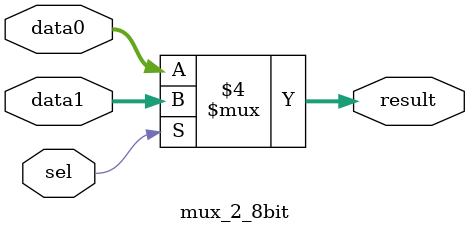
<source format=v>
/*
Anthony De Caria - January 28, 2017

This module creates a 8-bit two input Mux.
*/

module mux_2_8bit(data0, data1, sel, result);
	input [7:0] data0, data1;
	input sel;
	output reg [7:0] result;
	
	always@(*)
	begin
		if (~sel)
		begin
			result = data0;
		end
		else
		begin
			result = data1;
		end
	end
endmodule

</source>
